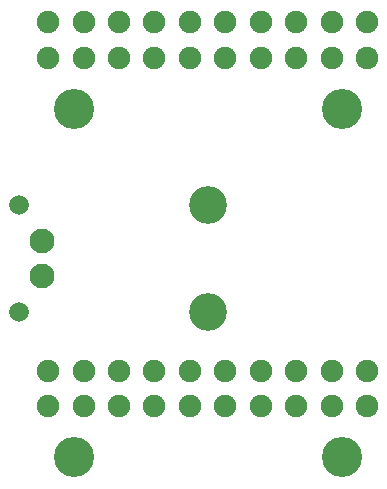
<source format=gbr>
G04 #@! TF.GenerationSoftware,KiCad,Pcbnew,(5.0.0)*
G04 #@! TF.CreationDate,2019-04-06T14:19:34-05:00*
G04 #@! TF.ProjectId,TemperaturePower,54656D7065726174757265506F776572,rev?*
G04 #@! TF.SameCoordinates,Original*
G04 #@! TF.FileFunction,Soldermask,Bot*
G04 #@! TF.FilePolarity,Negative*
%FSLAX46Y46*%
G04 Gerber Fmt 4.6, Leading zero omitted, Abs format (unit mm)*
G04 Created by KiCad (PCBNEW (5.0.0)) date 04/06/19 14:19:34*
%MOMM*%
%LPD*%
G01*
G04 APERTURE LIST*
%ADD10C,1.924000*%
%ADD11C,1.900000*%
%ADD12C,3.400000*%
%ADD13C,1.670000*%
%ADD14C,2.100000*%
%ADD15C,3.200000*%
G04 APERTURE END LIST*
D10*
G04 #@! TO.C,J1*
X148500000Y-101500000D03*
D11*
X145500000Y-101500000D03*
X142500000Y-101500000D03*
X139500000Y-101500000D03*
X136500000Y-101500000D03*
X133500000Y-101500000D03*
X130500000Y-101500000D03*
X127500000Y-101500000D03*
X124500000Y-101500000D03*
X121500000Y-101500000D03*
X148500000Y-98500000D03*
X145500000Y-98500000D03*
X142500000Y-98500000D03*
X139500000Y-98500000D03*
X136500000Y-98500000D03*
X133500000Y-98500000D03*
X130500000Y-98500000D03*
X127500000Y-98500000D03*
X124500000Y-98500000D03*
X121500000Y-98500000D03*
D12*
X146350000Y-105820000D03*
X123650000Y-105820000D03*
G04 #@! TD*
D13*
G04 #@! TO.C,J2*
X119040000Y-114000000D03*
D14*
X121000000Y-120000000D03*
X121000000Y-117000000D03*
D13*
X119040000Y-123000000D03*
G04 #@! TD*
D12*
G04 #@! TO.C,J3*
X123650000Y-135320000D03*
X146350000Y-135320000D03*
D11*
X121500000Y-128000000D03*
X124500000Y-128000000D03*
X127500000Y-128000000D03*
X130500000Y-128000000D03*
X133500000Y-128000000D03*
X136500000Y-128000000D03*
X139500000Y-128000000D03*
X142500000Y-128000000D03*
X145500000Y-128000000D03*
X148500000Y-128000000D03*
X121500000Y-131000000D03*
X124500000Y-131000000D03*
X127500000Y-131000000D03*
X130500000Y-131000000D03*
X133500000Y-131000000D03*
X136500000Y-131000000D03*
X139500000Y-131000000D03*
X142500000Y-131000000D03*
X145500000Y-131000000D03*
D10*
X148500000Y-131000000D03*
G04 #@! TD*
D15*
G04 #@! TO.C,VCC*
X135000000Y-114000000D03*
G04 #@! TD*
G04 #@! TO.C,GND*
X135000000Y-123000000D03*
G04 #@! TD*
M02*

</source>
